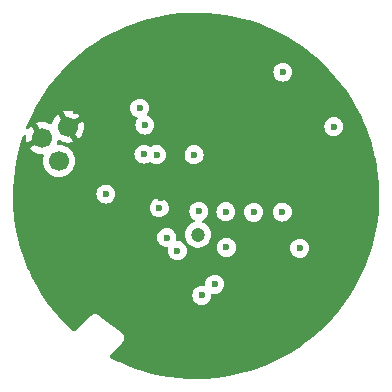
<source format=gbr>
%TF.GenerationSoftware,KiCad,Pcbnew,8.0.3*%
%TF.CreationDate,2025-07-02T10:16:16+03:00*%
%TF.ProjectId,LeafSensorPico,4c656166-5365-46e7-936f-725069636f2e,rev?*%
%TF.SameCoordinates,Original*%
%TF.FileFunction,Copper,L2,Inr*%
%TF.FilePolarity,Positive*%
%FSLAX46Y46*%
G04 Gerber Fmt 4.6, Leading zero omitted, Abs format (unit mm)*
G04 Created by KiCad (PCBNEW 8.0.3) date 2025-07-02 10:16:16*
%MOMM*%
%LPD*%
G01*
G04 APERTURE LIST*
%TA.AperFunction,ComponentPad*%
%ADD10C,1.700000*%
%TD*%
%TA.AperFunction,ComponentPad*%
%ADD11C,1.200000*%
%TD*%
%TA.AperFunction,ViaPad*%
%ADD12C,0.600000*%
%TD*%
G04 APERTURE END LIST*
D10*
%TO.N,/GPIO4*%
%TO.C,SW1*%
X132620106Y-88977989D03*
%TO.N,GND*%
X133396563Y-86080212D03*
X131173076Y-87037345D03*
%TD*%
D11*
%TO.N,Net-(Q1-D)*%
%TO.C,CN1*%
X144406616Y-95238003D03*
%TD*%
D12*
%TO.N,/SDA*%
X153009600Y-96393000D03*
X146812000Y-96316800D03*
%TO.N,GND*%
X142189200Y-98069400D03*
%TO.N,Net-(U3-GPIO0{slash}ADC1_CH0{slash}XTAL_32K_P)*%
X139827000Y-88417400D03*
%TO.N,GND*%
X145389600Y-85674200D03*
X131572000Y-85267800D03*
X140004800Y-79781400D03*
X138404600Y-90322400D03*
X139192000Y-81506000D03*
X144830800Y-102336600D03*
X140766800Y-79781400D03*
X141300200Y-92125800D03*
X133858000Y-82753200D03*
X144018000Y-103022400D03*
X134035800Y-84759800D03*
X152120600Y-78994000D03*
X148793200Y-79806800D03*
X141960600Y-101574600D03*
X134670800Y-81356200D03*
X151104600Y-89636600D03*
X137845800Y-79730600D03*
X141274800Y-90322400D03*
X143408400Y-85725000D03*
X133324600Y-94869000D03*
X142570200Y-102311200D03*
X148031200Y-79806800D03*
X139192000Y-80706000D03*
X149631400Y-79806800D03*
X145389600Y-83743800D03*
X143230600Y-79857600D03*
X138709400Y-92151200D03*
X137388600Y-87934800D03*
X146405600Y-79832200D03*
X141732000Y-102311200D03*
X141579600Y-79806800D03*
X143408400Y-83667600D03*
X144780000Y-79806800D03*
X143992600Y-79857600D03*
X154076400Y-89941400D03*
X147218400Y-79806800D03*
X142341600Y-103200200D03*
X145592800Y-79806800D03*
X142367000Y-79832200D03*
%TO.N,Net-(U3-GPIO1{slash}ADC1_CH1{slash}XTAL_32K_N)*%
X140893800Y-88468200D03*
%TO.N,/~{ESP_RESET}*%
X155908642Y-86084042D03*
X139903200Y-85953600D03*
%TO.N,+3V3*%
X141122400Y-92964000D03*
X146761200Y-93294200D03*
X151536400Y-93319600D03*
X149123400Y-93345000D03*
X144475200Y-93268800D03*
X136601200Y-91795600D03*
X142659100Y-96583500D03*
%TO.N,/SDA*%
X144729200Y-100380800D03*
%TO.N,/SCL*%
X145821400Y-99441000D03*
%TO.N,/GPIO3*%
X139471400Y-84531200D03*
X151587200Y-81483200D03*
%TO.N,/GPIO4*%
X144068800Y-88468200D03*
%TO.N,/ALRT*%
X141757400Y-95478600D03*
%TD*%
%TA.AperFunction,Conductor*%
%TO.N,GND*%
G36*
X144450323Y-76430727D02*
G01*
X145219383Y-76459909D01*
X145225523Y-76460296D01*
X145992126Y-76527872D01*
X145998285Y-76528570D01*
X146760567Y-76634371D01*
X146766674Y-76635376D01*
X147522694Y-76779136D01*
X147528742Y-76780443D01*
X147867593Y-76862614D01*
X148276621Y-76961802D01*
X148282606Y-76963412D01*
X149020527Y-77181929D01*
X149026424Y-77183837D01*
X149752480Y-77438950D01*
X149758220Y-77441129D01*
X150391880Y-77700035D01*
X150470644Y-77732217D01*
X150476322Y-77734704D01*
X151173311Y-78061030D01*
X151178816Y-78063778D01*
X151858643Y-78424537D01*
X151863998Y-78427553D01*
X152430804Y-78765674D01*
X152524901Y-78821807D01*
X152530144Y-78825114D01*
X153170546Y-79251922D01*
X153175616Y-79255488D01*
X153793847Y-79713733D01*
X153798730Y-79717544D01*
X154050717Y-79924611D01*
X154393318Y-80206137D01*
X154398007Y-80210191D01*
X154967414Y-80727868D01*
X154971895Y-80732151D01*
X155514736Y-81277653D01*
X155518997Y-81282155D01*
X156033887Y-81854086D01*
X156037918Y-81858795D01*
X156523586Y-82455749D01*
X156527377Y-82460654D01*
X156982607Y-83081134D01*
X156986148Y-83086222D01*
X157409802Y-83728675D01*
X157413084Y-83733933D01*
X157804108Y-84396763D01*
X157807123Y-84402179D01*
X158164535Y-85083724D01*
X158167275Y-85089284D01*
X158490168Y-85787807D01*
X158492628Y-85793497D01*
X158702951Y-86315527D01*
X158780220Y-86507310D01*
X158782388Y-86513104D01*
X158822898Y-86630224D01*
X159033953Y-87240412D01*
X159035832Y-87246319D01*
X159250730Y-87985262D01*
X159252312Y-87991256D01*
X159430016Y-88740030D01*
X159431296Y-88746095D01*
X159571360Y-89502812D01*
X159572335Y-89508933D01*
X159674408Y-90271707D01*
X159675073Y-90277825D01*
X159731640Y-90954589D01*
X159736291Y-91010230D01*
X159738257Y-91033744D01*
X159738616Y-91039844D01*
X159764485Y-91797983D01*
X159764543Y-91804093D01*
X159753036Y-92562583D01*
X159752793Y-92568688D01*
X159703936Y-93325701D01*
X159703392Y-93331787D01*
X159617304Y-94085460D01*
X159616461Y-94091512D01*
X159493351Y-94840031D01*
X159492211Y-94846034D01*
X159332380Y-95587578D01*
X159330946Y-95593517D01*
X159134778Y-96326290D01*
X159133053Y-96332152D01*
X158901025Y-97054379D01*
X158899013Y-97060149D01*
X158631694Y-97770055D01*
X158629401Y-97775718D01*
X158327426Y-98471618D01*
X158324856Y-98477161D01*
X157988989Y-99157299D01*
X157986150Y-99162710D01*
X157617156Y-99825531D01*
X157614053Y-99830794D01*
X157212885Y-100474588D01*
X157209527Y-100479693D01*
X156777112Y-101102973D01*
X156773506Y-101107906D01*
X156310925Y-101709114D01*
X156307081Y-101713863D01*
X155815445Y-102291553D01*
X155811372Y-102296107D01*
X155291868Y-102848886D01*
X155287575Y-102853234D01*
X154741484Y-103379739D01*
X154736982Y-103383871D01*
X154165597Y-103882855D01*
X154160897Y-103886759D01*
X153565648Y-104356973D01*
X153560762Y-104360641D01*
X152943054Y-104800975D01*
X152938008Y-104804387D01*
X152353289Y-105179190D01*
X152299373Y-105213750D01*
X152294150Y-105216919D01*
X151636113Y-105594332D01*
X151630739Y-105597241D01*
X150954911Y-105941778D01*
X150949401Y-105944418D01*
X150257417Y-106255249D01*
X150251783Y-106257614D01*
X149545349Y-106533970D01*
X149539606Y-106536055D01*
X148820412Y-106777279D01*
X148814573Y-106779079D01*
X148084357Y-106984585D01*
X148078436Y-106986095D01*
X147338980Y-107155381D01*
X147332992Y-107156597D01*
X146586114Y-107289250D01*
X146580074Y-107290170D01*
X145827569Y-107385869D01*
X145821490Y-107386491D01*
X145065158Y-107445007D01*
X145059056Y-107445328D01*
X144300773Y-107466516D01*
X144294663Y-107466536D01*
X143536258Y-107450345D01*
X143530155Y-107450064D01*
X142773477Y-107396534D01*
X142767396Y-107395953D01*
X142686920Y-107386257D01*
X142014260Y-107305211D01*
X142008214Y-107304331D01*
X141260465Y-107176601D01*
X141254469Y-107175424D01*
X140513924Y-107011015D01*
X140507993Y-107009544D01*
X139776443Y-106808854D01*
X139770593Y-106807093D01*
X139682691Y-106778253D01*
X139465546Y-106707009D01*
X139049806Y-106570607D01*
X139044049Y-106568559D01*
X138335818Y-106296865D01*
X138330169Y-106294537D01*
X137782109Y-106052683D01*
X137636153Y-105988273D01*
X137630630Y-105985672D01*
X136980159Y-105659442D01*
X136929058Y-105611792D01*
X136911831Y-105544080D01*
X136933947Y-105477802D01*
X136946272Y-105462753D01*
X137994623Y-104370097D01*
X138009378Y-104356989D01*
X138022158Y-104347342D01*
X138043003Y-104320610D01*
X138051298Y-104311028D01*
X138074772Y-104286563D01*
X138082486Y-104272539D01*
X138093349Y-104256049D01*
X138103198Y-104243422D01*
X138116418Y-104212195D01*
X138121948Y-104200797D01*
X138138289Y-104171095D01*
X138142110Y-104155553D01*
X138148340Y-104136805D01*
X138154581Y-104122067D01*
X138159268Y-104088488D01*
X138161661Y-104076040D01*
X138169756Y-104043124D01*
X138169425Y-104027126D01*
X138170590Y-104007409D01*
X138172804Y-103991552D01*
X138172804Y-103991549D01*
X138168640Y-103957891D01*
X138167731Y-103945268D01*
X138167030Y-103911367D01*
X138162566Y-103895988D01*
X138158590Y-103876649D01*
X138156625Y-103860761D01*
X138143898Y-103829343D01*
X138139743Y-103817361D01*
X138130295Y-103784806D01*
X138122007Y-103771113D01*
X138113162Y-103753465D01*
X138107148Y-103738618D01*
X138086715Y-103711555D01*
X138079604Y-103701057D01*
X138062058Y-103672068D01*
X138062056Y-103672067D01*
X138062056Y-103672066D01*
X138050498Y-103660976D01*
X138037393Y-103646226D01*
X138027742Y-103633443D01*
X138027740Y-103633442D01*
X138027740Y-103633441D01*
X138001014Y-103612600D01*
X137991418Y-103604293D01*
X137966963Y-103580829D01*
X137966962Y-103580828D01*
X137966955Y-103580824D01*
X137952927Y-103573106D01*
X137936444Y-103562245D01*
X136060834Y-102099586D01*
X136045641Y-102085551D01*
X136043742Y-102083478D01*
X136036444Y-102075508D01*
X136005850Y-102056003D01*
X135996255Y-102049226D01*
X135967650Y-102026918D01*
X135967644Y-102026915D01*
X135955111Y-102021608D01*
X135936805Y-102011983D01*
X135925322Y-102004663D01*
X135890714Y-101993738D01*
X135879693Y-101989676D01*
X135846292Y-101975533D01*
X135832807Y-101973650D01*
X135812642Y-101969093D01*
X135799649Y-101964992D01*
X135763392Y-101963397D01*
X135751700Y-101962326D01*
X135715773Y-101957310D01*
X135702259Y-101958982D01*
X135681595Y-101959799D01*
X135667995Y-101959201D01*
X135667985Y-101959201D01*
X135632560Y-101967042D01*
X135620993Y-101969034D01*
X135584985Y-101973489D01*
X135584976Y-101973491D01*
X135572355Y-101978603D01*
X135552619Y-101984738D01*
X135539323Y-101987681D01*
X135507130Y-102004426D01*
X135496471Y-102009343D01*
X135462844Y-102022965D01*
X135462837Y-102022969D01*
X135451971Y-102031172D01*
X135434493Y-102042207D01*
X135422412Y-102048491D01*
X135422405Y-102048496D01*
X135395640Y-102073004D01*
X135386621Y-102080510D01*
X135357665Y-102102372D01*
X135349294Y-102113107D01*
X135335257Y-102128300D01*
X133946796Y-103399743D01*
X133884060Y-103430501D01*
X133814655Y-103422458D01*
X133780382Y-103400712D01*
X133700097Y-103328893D01*
X133616458Y-103254073D01*
X133611943Y-103249827D01*
X133064706Y-102708692D01*
X133060452Y-102704268D01*
X132540948Y-102136472D01*
X132536911Y-102131832D01*
X132046430Y-101538780D01*
X132042600Y-101533906D01*
X131652155Y-101010616D01*
X131582386Y-100917108D01*
X131578811Y-100912059D01*
X131456857Y-100730322D01*
X131222310Y-100380796D01*
X143923635Y-100380796D01*
X143923635Y-100380803D01*
X143943830Y-100560049D01*
X143943831Y-100560054D01*
X144003411Y-100730323D01*
X144099384Y-100883062D01*
X144226938Y-101010616D01*
X144379678Y-101106589D01*
X144518972Y-101155330D01*
X144549945Y-101166168D01*
X144549950Y-101166169D01*
X144729196Y-101186365D01*
X144729200Y-101186365D01*
X144729204Y-101186365D01*
X144908449Y-101166169D01*
X144908452Y-101166168D01*
X144908455Y-101166168D01*
X145078722Y-101106589D01*
X145231462Y-101010616D01*
X145359016Y-100883062D01*
X145454989Y-100730322D01*
X145514568Y-100560055D01*
X145514569Y-100560049D01*
X145534765Y-100380803D01*
X145534765Y-100380796D01*
X145533170Y-100366640D01*
X145545225Y-100297819D01*
X145592574Y-100246439D01*
X145660184Y-100228815D01*
X145670265Y-100229536D01*
X145761964Y-100239868D01*
X145821398Y-100246565D01*
X145821400Y-100246565D01*
X145821404Y-100246565D01*
X146000649Y-100226369D01*
X146000652Y-100226368D01*
X146000655Y-100226368D01*
X146170922Y-100166789D01*
X146323662Y-100070816D01*
X146451216Y-99943262D01*
X146547189Y-99790522D01*
X146606768Y-99620255D01*
X146606769Y-99620249D01*
X146626965Y-99441003D01*
X146626965Y-99440996D01*
X146606769Y-99261750D01*
X146606768Y-99261745D01*
X146547188Y-99091476D01*
X146451215Y-98938737D01*
X146323662Y-98811184D01*
X146170923Y-98715211D01*
X146000654Y-98655631D01*
X146000649Y-98655630D01*
X145821404Y-98635435D01*
X145821396Y-98635435D01*
X145642150Y-98655630D01*
X145642145Y-98655631D01*
X145471876Y-98715211D01*
X145319137Y-98811184D01*
X145191584Y-98938737D01*
X145095611Y-99091476D01*
X145036031Y-99261745D01*
X145036030Y-99261750D01*
X145015835Y-99440996D01*
X145015835Y-99441002D01*
X145017430Y-99455164D01*
X145005372Y-99523985D01*
X144958021Y-99575362D01*
X144890410Y-99592984D01*
X144880326Y-99592262D01*
X144729204Y-99575235D01*
X144729196Y-99575235D01*
X144549950Y-99595430D01*
X144549945Y-99595431D01*
X144379676Y-99655011D01*
X144226937Y-99750984D01*
X144099384Y-99878537D01*
X144003411Y-100031276D01*
X143943831Y-100201545D01*
X143943830Y-100201550D01*
X143923635Y-100380796D01*
X131222310Y-100380796D01*
X131212811Y-100366640D01*
X131149990Y-100273024D01*
X131146666Y-100267792D01*
X130750326Y-99608145D01*
X130747267Y-99602753D01*
X130732620Y-99575362D01*
X130384369Y-98924087D01*
X130381612Y-98918606D01*
X130053076Y-98222642D01*
X130050576Y-98216982D01*
X129757244Y-97505499D01*
X129755043Y-97499757D01*
X129497625Y-96774487D01*
X129495700Y-96768601D01*
X129493949Y-96762755D01*
X129274847Y-96031367D01*
X129273229Y-96025427D01*
X129138791Y-95478596D01*
X140951835Y-95478596D01*
X140951835Y-95478603D01*
X140972030Y-95657849D01*
X140972031Y-95657854D01*
X141031611Y-95828123D01*
X141070955Y-95890738D01*
X141127584Y-95980862D01*
X141255138Y-96108416D01*
X141407878Y-96204389D01*
X141473500Y-96227351D01*
X141578145Y-96263968D01*
X141578150Y-96263969D01*
X141762412Y-96284730D01*
X141826826Y-96311796D01*
X141866381Y-96369391D01*
X141871749Y-96421833D01*
X141853535Y-96583495D01*
X141853535Y-96583503D01*
X141873730Y-96762749D01*
X141873731Y-96762754D01*
X141933311Y-96933023D01*
X142009565Y-97054379D01*
X142029284Y-97085762D01*
X142156838Y-97213316D01*
X142309578Y-97309289D01*
X142479845Y-97368868D01*
X142479850Y-97368869D01*
X142659096Y-97389065D01*
X142659100Y-97389065D01*
X142659104Y-97389065D01*
X142838349Y-97368869D01*
X142838352Y-97368868D01*
X142838355Y-97368868D01*
X143008622Y-97309289D01*
X143161362Y-97213316D01*
X143288916Y-97085762D01*
X143384889Y-96933022D01*
X143444468Y-96762755D01*
X143446748Y-96742522D01*
X143464665Y-96583503D01*
X143464665Y-96583496D01*
X143444469Y-96404250D01*
X143444468Y-96404245D01*
X143421464Y-96338503D01*
X143384889Y-96233978D01*
X143380722Y-96227347D01*
X143345682Y-96171580D01*
X143288916Y-96081238D01*
X143161362Y-95953684D01*
X143008623Y-95857711D01*
X142838354Y-95798131D01*
X142838350Y-95798130D01*
X142654086Y-95777369D01*
X142589672Y-95750302D01*
X142550117Y-95692707D01*
X142544750Y-95640265D01*
X142562965Y-95478602D01*
X142562965Y-95478596D01*
X142542769Y-95299350D01*
X142542768Y-95299345D01*
X142533217Y-95272051D01*
X142521303Y-95238002D01*
X143301401Y-95238002D01*
X143301401Y-95238003D01*
X143320218Y-95441085D01*
X143376033Y-95637250D01*
X143376038Y-95637263D01*
X143466943Y-95819824D01*
X143589853Y-95982584D01*
X143740574Y-96119983D01*
X143740576Y-96119985D01*
X143768937Y-96137545D01*
X143913979Y-96227351D01*
X144104160Y-96301027D01*
X144304640Y-96338503D01*
X144304642Y-96338503D01*
X144508590Y-96338503D01*
X144508592Y-96338503D01*
X144624715Y-96316796D01*
X146006435Y-96316796D01*
X146006435Y-96316803D01*
X146026630Y-96496049D01*
X146026631Y-96496054D01*
X146086211Y-96666323D01*
X146154179Y-96774493D01*
X146182184Y-96819062D01*
X146309738Y-96946616D01*
X146462478Y-97042589D01*
X146632745Y-97102168D01*
X146632750Y-97102169D01*
X146811996Y-97122365D01*
X146812000Y-97122365D01*
X146812004Y-97122365D01*
X146991249Y-97102169D01*
X146991252Y-97102168D01*
X146991255Y-97102168D01*
X147161522Y-97042589D01*
X147314262Y-96946616D01*
X147441816Y-96819062D01*
X147537789Y-96666322D01*
X147597368Y-96496055D01*
X147607712Y-96404250D01*
X147608980Y-96392996D01*
X152204035Y-96392996D01*
X152204035Y-96393003D01*
X152224230Y-96572249D01*
X152224231Y-96572254D01*
X152283811Y-96742523D01*
X152331904Y-96819062D01*
X152379784Y-96895262D01*
X152507338Y-97022816D01*
X152660078Y-97118789D01*
X152670298Y-97122365D01*
X152830345Y-97178368D01*
X152830350Y-97178369D01*
X153009596Y-97198565D01*
X153009600Y-97198565D01*
X153009604Y-97198565D01*
X153188849Y-97178369D01*
X153188852Y-97178368D01*
X153188855Y-97178368D01*
X153359122Y-97118789D01*
X153511862Y-97022816D01*
X153639416Y-96895262D01*
X153735389Y-96742522D01*
X153794968Y-96572255D01*
X153803554Y-96496054D01*
X153815165Y-96393003D01*
X153815165Y-96392996D01*
X153794969Y-96213750D01*
X153794968Y-96213745D01*
X153762160Y-96119985D01*
X153735389Y-96043478D01*
X153725934Y-96028431D01*
X153639415Y-95890737D01*
X153511862Y-95763184D01*
X153359123Y-95667211D01*
X153188854Y-95607631D01*
X153188849Y-95607630D01*
X153009604Y-95587435D01*
X153009596Y-95587435D01*
X152830350Y-95607630D01*
X152830345Y-95607631D01*
X152660076Y-95667211D01*
X152507337Y-95763184D01*
X152379784Y-95890737D01*
X152283811Y-96043476D01*
X152224231Y-96213745D01*
X152224230Y-96213750D01*
X152204035Y-96392996D01*
X147608980Y-96392996D01*
X147617565Y-96316803D01*
X147617565Y-96316796D01*
X147597369Y-96137550D01*
X147597368Y-96137545D01*
X147577665Y-96081237D01*
X147537789Y-95967278D01*
X147529247Y-95953684D01*
X147441815Y-95814537D01*
X147314262Y-95686984D01*
X147161523Y-95591011D01*
X146991254Y-95531431D01*
X146991249Y-95531430D01*
X146812004Y-95511235D01*
X146811996Y-95511235D01*
X146632750Y-95531430D01*
X146632745Y-95531431D01*
X146462476Y-95591011D01*
X146309737Y-95686984D01*
X146182184Y-95814537D01*
X146086211Y-95967276D01*
X146026631Y-96137545D01*
X146026630Y-96137550D01*
X146006435Y-96316796D01*
X144624715Y-96316796D01*
X144709072Y-96301027D01*
X144899253Y-96227351D01*
X145072657Y-96119984D01*
X145223380Y-95982582D01*
X145346289Y-95819824D01*
X145437198Y-95637253D01*
X145493013Y-95441086D01*
X145511831Y-95238003D01*
X145493013Y-95034920D01*
X145437198Y-94838753D01*
X145346289Y-94656182D01*
X145223380Y-94493424D01*
X145223378Y-94493421D01*
X145072657Y-94356022D01*
X145072655Y-94356020D01*
X144899258Y-94248658D01*
X144899257Y-94248657D01*
X144899253Y-94248655D01*
X144899248Y-94248653D01*
X144899242Y-94248650D01*
X144832193Y-94222675D01*
X144776791Y-94180103D01*
X144753201Y-94114336D01*
X144768912Y-94046255D01*
X144818936Y-93997477D01*
X144823192Y-93995326D01*
X144824718Y-93994590D01*
X144824722Y-93994589D01*
X144977462Y-93898616D01*
X145105016Y-93771062D01*
X145200989Y-93618322D01*
X145260568Y-93448055D01*
X145272179Y-93345003D01*
X145277904Y-93294196D01*
X145955635Y-93294196D01*
X145955635Y-93294203D01*
X145975830Y-93473449D01*
X145975831Y-93473454D01*
X146035411Y-93643723D01*
X146099294Y-93745391D01*
X146131384Y-93796462D01*
X146258938Y-93924016D01*
X146411678Y-94019989D01*
X146486742Y-94046255D01*
X146581945Y-94079568D01*
X146581950Y-94079569D01*
X146761196Y-94099765D01*
X146761200Y-94099765D01*
X146761204Y-94099765D01*
X146940449Y-94079569D01*
X146940452Y-94079568D01*
X146940455Y-94079568D01*
X147110722Y-94019989D01*
X147263462Y-93924016D01*
X147391016Y-93796462D01*
X147486989Y-93643722D01*
X147546568Y-93473455D01*
X147546569Y-93473449D01*
X147561042Y-93344996D01*
X148317835Y-93344996D01*
X148317835Y-93345003D01*
X148338030Y-93524249D01*
X148338031Y-93524254D01*
X148397611Y-93694523D01*
X148445704Y-93771062D01*
X148493584Y-93847262D01*
X148621138Y-93974816D01*
X148657203Y-93997477D01*
X148733452Y-94045388D01*
X148773878Y-94070789D01*
X148833101Y-94091512D01*
X148944145Y-94130368D01*
X148944150Y-94130369D01*
X149123396Y-94150565D01*
X149123400Y-94150565D01*
X149123404Y-94150565D01*
X149302649Y-94130369D01*
X149302652Y-94130368D01*
X149302655Y-94130368D01*
X149472922Y-94070789D01*
X149625662Y-93974816D01*
X149753216Y-93847262D01*
X149849189Y-93694522D01*
X149908768Y-93524255D01*
X149914492Y-93473454D01*
X149928965Y-93345003D01*
X149928965Y-93344996D01*
X149926103Y-93319596D01*
X150730835Y-93319596D01*
X150730835Y-93319603D01*
X150751030Y-93498849D01*
X150751031Y-93498854D01*
X150810611Y-93669123D01*
X150874664Y-93771062D01*
X150906584Y-93821862D01*
X151034138Y-93949416D01*
X151074562Y-93974816D01*
X151146452Y-94019988D01*
X151186878Y-94045389D01*
X151318690Y-94091512D01*
X151357145Y-94104968D01*
X151357150Y-94104969D01*
X151536396Y-94125165D01*
X151536400Y-94125165D01*
X151536404Y-94125165D01*
X151715649Y-94104969D01*
X151715652Y-94104968D01*
X151715655Y-94104968D01*
X151885922Y-94045389D01*
X152038662Y-93949416D01*
X152166216Y-93821862D01*
X152262189Y-93669122D01*
X152321768Y-93498855D01*
X152324631Y-93473449D01*
X152341965Y-93319603D01*
X152341965Y-93319596D01*
X152321769Y-93140350D01*
X152321768Y-93140345D01*
X152262188Y-92970076D01*
X152166215Y-92817337D01*
X152038662Y-92689784D01*
X151885923Y-92593811D01*
X151715654Y-92534231D01*
X151715649Y-92534230D01*
X151536404Y-92514035D01*
X151536396Y-92514035D01*
X151357150Y-92534230D01*
X151357145Y-92534231D01*
X151186876Y-92593811D01*
X151034137Y-92689784D01*
X150906584Y-92817337D01*
X150810611Y-92970076D01*
X150751031Y-93140345D01*
X150751030Y-93140350D01*
X150730835Y-93319596D01*
X149926103Y-93319596D01*
X149908769Y-93165750D01*
X149908768Y-93165745D01*
X149849188Y-92995476D01*
X149753215Y-92842737D01*
X149625662Y-92715184D01*
X149472923Y-92619211D01*
X149302654Y-92559631D01*
X149302649Y-92559630D01*
X149123404Y-92539435D01*
X149123396Y-92539435D01*
X148944150Y-92559630D01*
X148944145Y-92559631D01*
X148773876Y-92619211D01*
X148621137Y-92715184D01*
X148493584Y-92842737D01*
X148397611Y-92995476D01*
X148338031Y-93165745D01*
X148338030Y-93165750D01*
X148317835Y-93344996D01*
X147561042Y-93344996D01*
X147566765Y-93294203D01*
X147566765Y-93294196D01*
X147546569Y-93114950D01*
X147546568Y-93114945D01*
X147537680Y-93089545D01*
X147486989Y-92944678D01*
X147391016Y-92791938D01*
X147263462Y-92664384D01*
X147191570Y-92619211D01*
X147110723Y-92568411D01*
X146940454Y-92508831D01*
X146940449Y-92508830D01*
X146761204Y-92488635D01*
X146761196Y-92488635D01*
X146581950Y-92508830D01*
X146581945Y-92508831D01*
X146411676Y-92568411D01*
X146258937Y-92664384D01*
X146131384Y-92791937D01*
X146035411Y-92944676D01*
X145975831Y-93114945D01*
X145975830Y-93114950D01*
X145955635Y-93294196D01*
X145277904Y-93294196D01*
X145280765Y-93268803D01*
X145280765Y-93268796D01*
X145260569Y-93089550D01*
X145260568Y-93089545D01*
X145200989Y-92919278D01*
X145105016Y-92766538D01*
X144977462Y-92638984D01*
X144824723Y-92543011D01*
X144654454Y-92483431D01*
X144654449Y-92483430D01*
X144475204Y-92463235D01*
X144475196Y-92463235D01*
X144295950Y-92483430D01*
X144295945Y-92483431D01*
X144125676Y-92543011D01*
X143972937Y-92638984D01*
X143845384Y-92766537D01*
X143749411Y-92919276D01*
X143689831Y-93089545D01*
X143689830Y-93089550D01*
X143669635Y-93268796D01*
X143669635Y-93268803D01*
X143689830Y-93448049D01*
X143689831Y-93448054D01*
X143749411Y-93618323D01*
X143797291Y-93694523D01*
X143845384Y-93771062D01*
X143972938Y-93898616D01*
X144013362Y-93924016D01*
X144085940Y-93969620D01*
X144132231Y-94021955D01*
X144142879Y-94091009D01*
X144114504Y-94154857D01*
X144064762Y-94190240D01*
X143913989Y-94248650D01*
X143913973Y-94248658D01*
X143740576Y-94356020D01*
X143740574Y-94356022D01*
X143589853Y-94493421D01*
X143466943Y-94656181D01*
X143376038Y-94838742D01*
X143376033Y-94838755D01*
X143320218Y-95034920D01*
X143301401Y-95238002D01*
X142521303Y-95238002D01*
X142483189Y-95129078D01*
X142387216Y-94976338D01*
X142259662Y-94848784D01*
X142255285Y-94846034D01*
X142106923Y-94752811D01*
X141936654Y-94693231D01*
X141936649Y-94693230D01*
X141757404Y-94673035D01*
X141757396Y-94673035D01*
X141578150Y-94693230D01*
X141578145Y-94693231D01*
X141407876Y-94752811D01*
X141255137Y-94848784D01*
X141127584Y-94976337D01*
X141031611Y-95129076D01*
X140972031Y-95299345D01*
X140972030Y-95299350D01*
X140951835Y-95478596D01*
X129138791Y-95478596D01*
X129089494Y-95278077D01*
X129088178Y-95272081D01*
X128942025Y-94516500D01*
X128941000Y-94510387D01*
X128832789Y-93748461D01*
X128832071Y-93742304D01*
X128827707Y-93694522D01*
X128762071Y-92975909D01*
X128761663Y-92969737D01*
X128761556Y-92967131D01*
X128761427Y-92963996D01*
X140316835Y-92963996D01*
X140316835Y-92964003D01*
X140337030Y-93143249D01*
X140337031Y-93143254D01*
X140396611Y-93313523D01*
X140481140Y-93448049D01*
X140492584Y-93466262D01*
X140620138Y-93593816D01*
X140710480Y-93650582D01*
X140739986Y-93669122D01*
X140772878Y-93689789D01*
X140922957Y-93742304D01*
X140943145Y-93749368D01*
X140943150Y-93749369D01*
X141122396Y-93769565D01*
X141122400Y-93769565D01*
X141122404Y-93769565D01*
X141301649Y-93749369D01*
X141301652Y-93749368D01*
X141301655Y-93749368D01*
X141471922Y-93689789D01*
X141624662Y-93593816D01*
X141752216Y-93466262D01*
X141848189Y-93313522D01*
X141907768Y-93143255D01*
X141907769Y-93143249D01*
X141927965Y-92964003D01*
X141927965Y-92963996D01*
X141907769Y-92784750D01*
X141907768Y-92784745D01*
X141901397Y-92766537D01*
X141848189Y-92614478D01*
X141752216Y-92461738D01*
X141624662Y-92334184D01*
X141566856Y-92297862D01*
X141471923Y-92238211D01*
X141301654Y-92178631D01*
X141301649Y-92178630D01*
X141122404Y-92158435D01*
X141122396Y-92158435D01*
X140943150Y-92178630D01*
X140943145Y-92178631D01*
X140772876Y-92238211D01*
X140620137Y-92334184D01*
X140492584Y-92461737D01*
X140396611Y-92614476D01*
X140337031Y-92784745D01*
X140337030Y-92784750D01*
X140316835Y-92963996D01*
X128761427Y-92963996D01*
X128730049Y-92200811D01*
X128729950Y-92194657D01*
X128733504Y-91795596D01*
X135795635Y-91795596D01*
X135795635Y-91795603D01*
X135815830Y-91974849D01*
X135815831Y-91974854D01*
X135875411Y-92145123D01*
X135933903Y-92238211D01*
X135971384Y-92297862D01*
X136098938Y-92425416D01*
X136156744Y-92461738D01*
X136231693Y-92508832D01*
X136251678Y-92521389D01*
X136369404Y-92562583D01*
X136421945Y-92580968D01*
X136421950Y-92580969D01*
X136601196Y-92601165D01*
X136601200Y-92601165D01*
X136601204Y-92601165D01*
X136780449Y-92580969D01*
X136780452Y-92580968D01*
X136780455Y-92580968D01*
X136950722Y-92521389D01*
X137103462Y-92425416D01*
X137231016Y-92297862D01*
X137326989Y-92145122D01*
X137386568Y-91974855D01*
X137406765Y-91795600D01*
X137386568Y-91616345D01*
X137326989Y-91446078D01*
X137313806Y-91425098D01*
X137231015Y-91293337D01*
X137103462Y-91165784D01*
X136950723Y-91069811D01*
X136780454Y-91010231D01*
X136780449Y-91010230D01*
X136601204Y-90990035D01*
X136601196Y-90990035D01*
X136421950Y-91010230D01*
X136421945Y-91010231D01*
X136251676Y-91069811D01*
X136098937Y-91165784D01*
X135971384Y-91293337D01*
X135875411Y-91446076D01*
X135815831Y-91616345D01*
X135815830Y-91616350D01*
X135795635Y-91795596D01*
X128733504Y-91795596D01*
X128736803Y-91425082D01*
X128737013Y-91418903D01*
X128740667Y-91356940D01*
X128782315Y-90650637D01*
X128782827Y-90644543D01*
X128866470Y-89879459D01*
X128867297Y-89873331D01*
X128871134Y-89849390D01*
X128989056Y-89113462D01*
X128990187Y-89107384D01*
X128992173Y-89098015D01*
X129149779Y-88354493D01*
X129151198Y-88348540D01*
X129348213Y-87604581D01*
X129349946Y-87598641D01*
X129353547Y-87587357D01*
X129583889Y-86865463D01*
X129585904Y-86859655D01*
X129590048Y-86848608D01*
X129632026Y-86792755D01*
X129697537Y-86768463D01*
X129765782Y-86783446D01*
X129815093Y-86832945D01*
X129829814Y-86901246D01*
X129829675Y-86902971D01*
X129817919Y-87037343D01*
X129817919Y-87037346D01*
X129838506Y-87272660D01*
X129838508Y-87272671D01*
X129895711Y-87486156D01*
X130623064Y-87066218D01*
X130623064Y-87109755D01*
X130660546Y-87249642D01*
X130732957Y-87375060D01*
X130835361Y-87477464D01*
X130873063Y-87499231D01*
X130145711Y-87919168D01*
X130301993Y-88075450D01*
X130495497Y-88210945D01*
X130709583Y-88310774D01*
X130709592Y-88310778D01*
X130937749Y-88371912D01*
X130937760Y-88371914D01*
X131173073Y-88392501D01*
X131207365Y-88389501D01*
X131275865Y-88403266D01*
X131326049Y-88451880D01*
X131341984Y-88519908D01*
X131337950Y-88545121D01*
X131285045Y-88742572D01*
X131285042Y-88742585D01*
X131264447Y-88977988D01*
X131264447Y-88977989D01*
X131285042Y-89213392D01*
X131285044Y-89213402D01*
X131346200Y-89441644D01*
X131346202Y-89441648D01*
X131346203Y-89441652D01*
X131376141Y-89505853D01*
X131446071Y-89655819D01*
X131446073Y-89655823D01*
X131513670Y-89752361D01*
X131581611Y-89849390D01*
X131748705Y-90016484D01*
X131845490Y-90084254D01*
X131942271Y-90152021D01*
X131942273Y-90152022D01*
X131942276Y-90152024D01*
X132156443Y-90251892D01*
X132384698Y-90313052D01*
X132573024Y-90329528D01*
X132620105Y-90333648D01*
X132620106Y-90333648D01*
X132620107Y-90333648D01*
X132659340Y-90330215D01*
X132855514Y-90313052D01*
X133083769Y-90251892D01*
X133297936Y-90152024D01*
X133491507Y-90016484D01*
X133658601Y-89849390D01*
X133794141Y-89655819D01*
X133894009Y-89441652D01*
X133955169Y-89213397D01*
X133975765Y-88977989D01*
X133975106Y-88970462D01*
X133961743Y-88817722D01*
X133955169Y-88742581D01*
X133894009Y-88514326D01*
X133848809Y-88417396D01*
X139021435Y-88417396D01*
X139021435Y-88417403D01*
X139041630Y-88596649D01*
X139041631Y-88596654D01*
X139101211Y-88766923D01*
X139133131Y-88817723D01*
X139197184Y-88919662D01*
X139324738Y-89047216D01*
X139477478Y-89143189D01*
X139622653Y-89193988D01*
X139647745Y-89202768D01*
X139647750Y-89202769D01*
X139826996Y-89222965D01*
X139827000Y-89222965D01*
X139827004Y-89222965D01*
X140006249Y-89202769D01*
X140006252Y-89202768D01*
X140006255Y-89202768D01*
X140176522Y-89143189D01*
X140254004Y-89094503D01*
X140321240Y-89075503D01*
X140385948Y-89094503D01*
X140391536Y-89098014D01*
X140391538Y-89098016D01*
X140544278Y-89193989D01*
X140714545Y-89253568D01*
X140714550Y-89253569D01*
X140893796Y-89273765D01*
X140893800Y-89273765D01*
X140893804Y-89273765D01*
X141073049Y-89253569D01*
X141073052Y-89253568D01*
X141073055Y-89253568D01*
X141243322Y-89193989D01*
X141396062Y-89098016D01*
X141523616Y-88970462D01*
X141619589Y-88817722D01*
X141679168Y-88647455D01*
X141684892Y-88596654D01*
X141699365Y-88468203D01*
X141699365Y-88468196D01*
X143263235Y-88468196D01*
X143263235Y-88468203D01*
X143283430Y-88647449D01*
X143283431Y-88647454D01*
X143343011Y-88817723D01*
X143407064Y-88919662D01*
X143438984Y-88970462D01*
X143566538Y-89098016D01*
X143719278Y-89193989D01*
X143802087Y-89222965D01*
X143889545Y-89253568D01*
X143889550Y-89253569D01*
X144068796Y-89273765D01*
X144068800Y-89273765D01*
X144068804Y-89273765D01*
X144248049Y-89253569D01*
X144248052Y-89253568D01*
X144248055Y-89253568D01*
X144418322Y-89193989D01*
X144571062Y-89098016D01*
X144698616Y-88970462D01*
X144794589Y-88817722D01*
X144854168Y-88647455D01*
X144859892Y-88596654D01*
X144874365Y-88468203D01*
X144874365Y-88468196D01*
X144854169Y-88288950D01*
X144854168Y-88288945D01*
X144836392Y-88238145D01*
X144794589Y-88118678D01*
X144786992Y-88106588D01*
X144698615Y-87965937D01*
X144571062Y-87838384D01*
X144418323Y-87742411D01*
X144248054Y-87682831D01*
X144248049Y-87682830D01*
X144068804Y-87662635D01*
X144068796Y-87662635D01*
X143889550Y-87682830D01*
X143889545Y-87682831D01*
X143719276Y-87742411D01*
X143566537Y-87838384D01*
X143438984Y-87965937D01*
X143343011Y-88118676D01*
X143283431Y-88288945D01*
X143283430Y-88288950D01*
X143263235Y-88468196D01*
X141699365Y-88468196D01*
X141679169Y-88288950D01*
X141679168Y-88288945D01*
X141661392Y-88238145D01*
X141619589Y-88118678D01*
X141611992Y-88106588D01*
X141523615Y-87965937D01*
X141396062Y-87838384D01*
X141243323Y-87742411D01*
X141073054Y-87682831D01*
X141073049Y-87682830D01*
X140893804Y-87662635D01*
X140893796Y-87662635D01*
X140714550Y-87682830D01*
X140714545Y-87682831D01*
X140544276Y-87742411D01*
X140466795Y-87791096D01*
X140399558Y-87810096D01*
X140334851Y-87791096D01*
X140176523Y-87691611D01*
X140006254Y-87632031D01*
X140006249Y-87632030D01*
X139827004Y-87611835D01*
X139826996Y-87611835D01*
X139647750Y-87632030D01*
X139647745Y-87632031D01*
X139477476Y-87691611D01*
X139324737Y-87787584D01*
X139197184Y-87915137D01*
X139101211Y-88067876D01*
X139041631Y-88238145D01*
X139041630Y-88238150D01*
X139021435Y-88417396D01*
X133848809Y-88417396D01*
X133794141Y-88300160D01*
X133786289Y-88288945D01*
X133658600Y-88106586D01*
X133491508Y-87939495D01*
X133491501Y-87939490D01*
X133297940Y-87803956D01*
X133297936Y-87803954D01*
X133270362Y-87791096D01*
X133083769Y-87704086D01*
X133083765Y-87704085D01*
X133083761Y-87704083D01*
X132855519Y-87642927D01*
X132855509Y-87642925D01*
X132620107Y-87622330D01*
X132620102Y-87622330D01*
X132585419Y-87625364D01*
X132516919Y-87611597D01*
X132466737Y-87562981D01*
X132450804Y-87494952D01*
X132454838Y-87469743D01*
X132499451Y-87303244D01*
X132535816Y-87243583D01*
X132598663Y-87213054D01*
X132668038Y-87221349D01*
X132690349Y-87233762D01*
X132718979Y-87253809D01*
X132718983Y-87253811D01*
X132933070Y-87353641D01*
X132933079Y-87353645D01*
X133161236Y-87414779D01*
X133161247Y-87414781D01*
X133396561Y-87435369D01*
X133396565Y-87435369D01*
X133631878Y-87414781D01*
X133631885Y-87414780D01*
X133845375Y-87357575D01*
X133425438Y-86630224D01*
X133468973Y-86630224D01*
X133608860Y-86592742D01*
X133734278Y-86520331D01*
X133836682Y-86417927D01*
X133858449Y-86380224D01*
X134278386Y-87107575D01*
X134434669Y-86951293D01*
X134434672Y-86951290D01*
X134570163Y-86757790D01*
X134669992Y-86543704D01*
X134669996Y-86543695D01*
X134731130Y-86315538D01*
X134731132Y-86315527D01*
X134751720Y-86080213D01*
X134751720Y-86080210D01*
X134731132Y-85844896D01*
X134731131Y-85844888D01*
X134673926Y-85631398D01*
X133946575Y-86051335D01*
X133946575Y-86007802D01*
X133909093Y-85867915D01*
X133836682Y-85742497D01*
X133734278Y-85640093D01*
X133696574Y-85618324D01*
X134423926Y-85198387D01*
X134267645Y-85042106D01*
X134074141Y-84906611D01*
X133860055Y-84806782D01*
X133860046Y-84806778D01*
X133631889Y-84745644D01*
X133631878Y-84745642D01*
X133396565Y-84725055D01*
X133396561Y-84725055D01*
X133161247Y-84745642D01*
X133161236Y-84745644D01*
X132947750Y-84802847D01*
X133367688Y-85530200D01*
X133324153Y-85530200D01*
X133184266Y-85567682D01*
X133058848Y-85640093D01*
X132956444Y-85742497D01*
X132934676Y-85780199D01*
X132514738Y-85052846D01*
X132358453Y-85209131D01*
X132222963Y-85402632D01*
X132222962Y-85402634D01*
X132123133Y-85616719D01*
X132123130Y-85616725D01*
X132070187Y-85814313D01*
X132033822Y-85873973D01*
X131970975Y-85904502D01*
X131901599Y-85896207D01*
X131879289Y-85883795D01*
X131850653Y-85863744D01*
X131636568Y-85763915D01*
X131636559Y-85763911D01*
X131408402Y-85702777D01*
X131408391Y-85702775D01*
X131173078Y-85682188D01*
X131173074Y-85682188D01*
X130937760Y-85702775D01*
X130937749Y-85702777D01*
X130724263Y-85759980D01*
X131144201Y-86487333D01*
X131100666Y-86487333D01*
X130960779Y-86524815D01*
X130835361Y-86597226D01*
X130732957Y-86699630D01*
X130711189Y-86737332D01*
X130291251Y-86009979D01*
X130134969Y-86166262D01*
X130074145Y-86253128D01*
X130019567Y-86296753D01*
X129950069Y-86303945D01*
X129887714Y-86272423D01*
X129852301Y-86212193D01*
X129855072Y-86142378D01*
X129858786Y-86132716D01*
X130164466Y-85427206D01*
X130167065Y-85421597D01*
X130507947Y-84731582D01*
X130510795Y-84726163D01*
X130619557Y-84531196D01*
X138665835Y-84531196D01*
X138665835Y-84531203D01*
X138686030Y-84710449D01*
X138686031Y-84710454D01*
X138745611Y-84880723D01*
X138745612Y-84880724D01*
X138841584Y-85033462D01*
X138969138Y-85161016D01*
X139028614Y-85198387D01*
X139121878Y-85256989D01*
X139199417Y-85284121D01*
X139256193Y-85324843D01*
X139281941Y-85389795D01*
X139268485Y-85458357D01*
X139263457Y-85467135D01*
X139177411Y-85604076D01*
X139117831Y-85774345D01*
X139117830Y-85774350D01*
X139097635Y-85953596D01*
X139097635Y-85953603D01*
X139117830Y-86132849D01*
X139117831Y-86132854D01*
X139177411Y-86303123D01*
X139185212Y-86315538D01*
X139273384Y-86455862D01*
X139400938Y-86583416D01*
X139553678Y-86679389D01*
X139652182Y-86713857D01*
X139723945Y-86738968D01*
X139723950Y-86738969D01*
X139903196Y-86759165D01*
X139903200Y-86759165D01*
X139903204Y-86759165D01*
X140082449Y-86738969D01*
X140082452Y-86738968D01*
X140082455Y-86738968D01*
X140252722Y-86679389D01*
X140405462Y-86583416D01*
X140533016Y-86455862D01*
X140628989Y-86303122D01*
X140688568Y-86132855D01*
X140694068Y-86084042D01*
X140694068Y-86084038D01*
X155103077Y-86084038D01*
X155103077Y-86084045D01*
X155123272Y-86263291D01*
X155123273Y-86263296D01*
X155182853Y-86433565D01*
X155277011Y-86583415D01*
X155278826Y-86586304D01*
X155406380Y-86713858D01*
X155446344Y-86738969D01*
X155531943Y-86792755D01*
X155559120Y-86809831D01*
X155669941Y-86848609D01*
X155729387Y-86869410D01*
X155729392Y-86869411D01*
X155908638Y-86889607D01*
X155908642Y-86889607D01*
X155908646Y-86889607D01*
X156087891Y-86869411D01*
X156087894Y-86869410D01*
X156087897Y-86869410D01*
X156258164Y-86809831D01*
X156410904Y-86713858D01*
X156538458Y-86586304D01*
X156634431Y-86433564D01*
X156694010Y-86263297D01*
X156699768Y-86212193D01*
X156714207Y-86084045D01*
X156714207Y-86084038D01*
X156694011Y-85904792D01*
X156694010Y-85904787D01*
X156634430Y-85734518D01*
X156595224Y-85672122D01*
X156538458Y-85581780D01*
X156410904Y-85454226D01*
X156363384Y-85424367D01*
X156258165Y-85358253D01*
X156087896Y-85298673D01*
X156087891Y-85298672D01*
X155908646Y-85278477D01*
X155908638Y-85278477D01*
X155729392Y-85298672D01*
X155729387Y-85298673D01*
X155559118Y-85358253D01*
X155406379Y-85454226D01*
X155278826Y-85581779D01*
X155182853Y-85734518D01*
X155123273Y-85904787D01*
X155123272Y-85904792D01*
X155103077Y-86084038D01*
X140694068Y-86084038D01*
X140708765Y-85953603D01*
X140708765Y-85953596D01*
X140688569Y-85774350D01*
X140688568Y-85774345D01*
X140663525Y-85702777D01*
X140628989Y-85604078D01*
X140533016Y-85451338D01*
X140405462Y-85323784D01*
X140342339Y-85284121D01*
X140252721Y-85227810D01*
X140175181Y-85200678D01*
X140118404Y-85159956D01*
X140092657Y-85095003D01*
X140106113Y-85026442D01*
X140111129Y-85017684D01*
X140197189Y-84880722D01*
X140256768Y-84710455D01*
X140276965Y-84531200D01*
X140263426Y-84411041D01*
X140256769Y-84351950D01*
X140256768Y-84351945D01*
X140197188Y-84181676D01*
X140157982Y-84119280D01*
X140101216Y-84028938D01*
X139973662Y-83901384D01*
X139820923Y-83805411D01*
X139650654Y-83745831D01*
X139650649Y-83745830D01*
X139471404Y-83725635D01*
X139471396Y-83725635D01*
X139292150Y-83745830D01*
X139292145Y-83745831D01*
X139121876Y-83805411D01*
X138969137Y-83901384D01*
X138841584Y-84028937D01*
X138745611Y-84181676D01*
X138686031Y-84351945D01*
X138686030Y-84351950D01*
X138665835Y-84531196D01*
X130619557Y-84531196D01*
X130885725Y-84054061D01*
X130888873Y-84048736D01*
X131296912Y-83396226D01*
X131300306Y-83391089D01*
X131740463Y-82759758D01*
X131744085Y-82754830D01*
X132215265Y-82146253D01*
X132219118Y-82141526D01*
X132720120Y-81557257D01*
X132724235Y-81552695D01*
X132790134Y-81483196D01*
X150781635Y-81483196D01*
X150781635Y-81483203D01*
X150801830Y-81662449D01*
X150801831Y-81662454D01*
X150861411Y-81832723D01*
X150957384Y-81985462D01*
X151084938Y-82113016D01*
X151237678Y-82208989D01*
X151407945Y-82268568D01*
X151407950Y-82268569D01*
X151587196Y-82288765D01*
X151587200Y-82288765D01*
X151587204Y-82288765D01*
X151766449Y-82268569D01*
X151766452Y-82268568D01*
X151766455Y-82268568D01*
X151936722Y-82208989D01*
X152089462Y-82113016D01*
X152217016Y-81985462D01*
X152312989Y-81832722D01*
X152372568Y-81662455D01*
X152372569Y-81662449D01*
X152392765Y-81483203D01*
X152392765Y-81483196D01*
X152372569Y-81303950D01*
X152372568Y-81303945D01*
X152312988Y-81133676D01*
X152273782Y-81071280D01*
X152217016Y-80980938D01*
X152089462Y-80853384D01*
X151936723Y-80757411D01*
X151766454Y-80697831D01*
X151766449Y-80697830D01*
X151587204Y-80677635D01*
X151587196Y-80677635D01*
X151407950Y-80697830D01*
X151407945Y-80697831D01*
X151237676Y-80757411D01*
X151084937Y-80853384D01*
X150957384Y-80980937D01*
X150861411Y-81133676D01*
X150801831Y-81303945D01*
X150801830Y-81303950D01*
X150781635Y-81483196D01*
X132790134Y-81483196D01*
X133253767Y-80994239D01*
X133258119Y-80989873D01*
X133814911Y-80458564D01*
X133819450Y-80454445D01*
X134402091Y-79951630D01*
X134406880Y-79947703D01*
X135013906Y-79474644D01*
X135018853Y-79470984D01*
X135648774Y-79028842D01*
X135653927Y-79025415D01*
X136305151Y-78615309D01*
X136310432Y-78612165D01*
X136981335Y-78235116D01*
X136986787Y-78232229D01*
X137675684Y-77889185D01*
X137681264Y-77886577D01*
X138386507Y-77578359D01*
X138392186Y-77576045D01*
X139111894Y-77303477D01*
X139117716Y-77301437D01*
X139850155Y-77065174D01*
X139856060Y-77063430D01*
X140599385Y-76864066D01*
X140605378Y-76862617D01*
X141357764Y-76700643D01*
X141363818Y-76699498D01*
X142123335Y-76575330D01*
X142129406Y-76574492D01*
X142894215Y-76488430D01*
X142900326Y-76487896D01*
X143668464Y-76440162D01*
X143674604Y-76439934D01*
X144444160Y-76430648D01*
X144450323Y-76430727D01*
G37*
%TD.AperFunction*%
%TD*%
M02*

</source>
